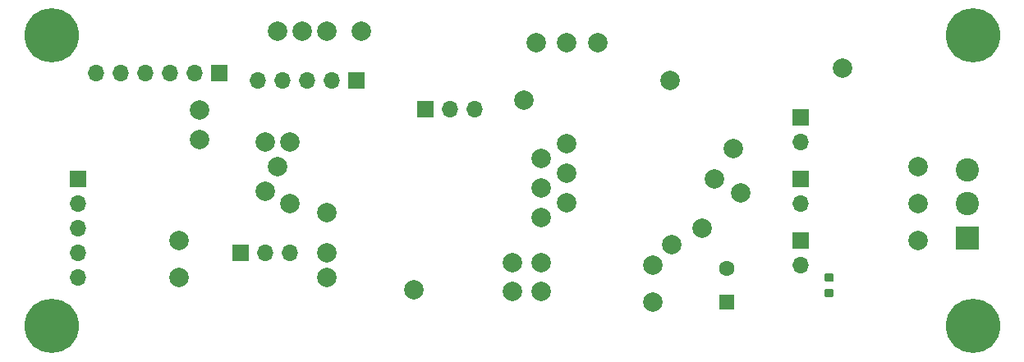
<source format=gbr>
G04 #@! TF.GenerationSoftware,KiCad,Pcbnew,5.0.0-4.fc29*
G04 #@! TF.CreationDate,2018-09-24T06:15:53+02:00*
G04 #@! TF.ProjectId,macro-motor,6D6163726F2D6D6F746F722E6B696361,rev?*
G04 #@! TF.SameCoordinates,Original*
G04 #@! TF.FileFunction,Soldermask,Bot*
G04 #@! TF.FilePolarity,Negative*
%FSLAX46Y46*%
G04 Gerber Fmt 4.6, Leading zero omitted, Abs format (unit mm)*
G04 Created by KiCad (PCBNEW 5.0.0-4.fc29) date Mon Sep 24 06:15:53 2018*
%MOMM*%
%LPD*%
G01*
G04 APERTURE LIST*
%ADD10C,5.600000*%
%ADD11R,1.700000X1.700000*%
%ADD12O,1.700000X1.700000*%
%ADD13R,1.600000X1.600000*%
%ADD14C,1.600000*%
%ADD15C,0.100000*%
%ADD16C,0.875000*%
%ADD17C,2.000000*%
%ADD18R,2.400000X2.400000*%
%ADD19C,2.400000*%
G04 APERTURE END LIST*
D10*
G04 #@! TO.C,REF\002A\002A*
X105000000Y-55000000D03*
G04 #@! TD*
G04 #@! TO.C,REF\002A\002A*
X105000000Y-85000000D03*
G04 #@! TD*
G04 #@! TO.C,REF\002A\002A*
X200000000Y-85000000D03*
G04 #@! TD*
D11*
G04 #@! TO.C,J604*
X124460000Y-77470000D03*
D12*
X127000000Y-77470000D03*
X129540000Y-77470000D03*
G04 #@! TD*
D13*
G04 #@! TO.C,C301*
X174625000Y-82550000D03*
D14*
X174625000Y-79050000D03*
G04 #@! TD*
D15*
G04 #@! TO.C,C302*
G36*
X185443691Y-79548053D02*
X185464926Y-79551203D01*
X185485750Y-79556419D01*
X185505962Y-79563651D01*
X185525368Y-79572830D01*
X185543781Y-79583866D01*
X185561024Y-79596654D01*
X185576930Y-79611070D01*
X185591346Y-79626976D01*
X185604134Y-79644219D01*
X185615170Y-79662632D01*
X185624349Y-79682038D01*
X185631581Y-79702250D01*
X185636797Y-79723074D01*
X185639947Y-79744309D01*
X185641000Y-79765750D01*
X185641000Y-80203250D01*
X185639947Y-80224691D01*
X185636797Y-80245926D01*
X185631581Y-80266750D01*
X185624349Y-80286962D01*
X185615170Y-80306368D01*
X185604134Y-80324781D01*
X185591346Y-80342024D01*
X185576930Y-80357930D01*
X185561024Y-80372346D01*
X185543781Y-80385134D01*
X185525368Y-80396170D01*
X185505962Y-80405349D01*
X185485750Y-80412581D01*
X185464926Y-80417797D01*
X185443691Y-80420947D01*
X185422250Y-80422000D01*
X184909750Y-80422000D01*
X184888309Y-80420947D01*
X184867074Y-80417797D01*
X184846250Y-80412581D01*
X184826038Y-80405349D01*
X184806632Y-80396170D01*
X184788219Y-80385134D01*
X184770976Y-80372346D01*
X184755070Y-80357930D01*
X184740654Y-80342024D01*
X184727866Y-80324781D01*
X184716830Y-80306368D01*
X184707651Y-80286962D01*
X184700419Y-80266750D01*
X184695203Y-80245926D01*
X184692053Y-80224691D01*
X184691000Y-80203250D01*
X184691000Y-79765750D01*
X184692053Y-79744309D01*
X184695203Y-79723074D01*
X184700419Y-79702250D01*
X184707651Y-79682038D01*
X184716830Y-79662632D01*
X184727866Y-79644219D01*
X184740654Y-79626976D01*
X184755070Y-79611070D01*
X184770976Y-79596654D01*
X184788219Y-79583866D01*
X184806632Y-79572830D01*
X184826038Y-79563651D01*
X184846250Y-79556419D01*
X184867074Y-79551203D01*
X184888309Y-79548053D01*
X184909750Y-79547000D01*
X185422250Y-79547000D01*
X185443691Y-79548053D01*
X185443691Y-79548053D01*
G37*
D16*
X185166000Y-79984500D03*
D15*
G36*
X185443691Y-81123053D02*
X185464926Y-81126203D01*
X185485750Y-81131419D01*
X185505962Y-81138651D01*
X185525368Y-81147830D01*
X185543781Y-81158866D01*
X185561024Y-81171654D01*
X185576930Y-81186070D01*
X185591346Y-81201976D01*
X185604134Y-81219219D01*
X185615170Y-81237632D01*
X185624349Y-81257038D01*
X185631581Y-81277250D01*
X185636797Y-81298074D01*
X185639947Y-81319309D01*
X185641000Y-81340750D01*
X185641000Y-81778250D01*
X185639947Y-81799691D01*
X185636797Y-81820926D01*
X185631581Y-81841750D01*
X185624349Y-81861962D01*
X185615170Y-81881368D01*
X185604134Y-81899781D01*
X185591346Y-81917024D01*
X185576930Y-81932930D01*
X185561024Y-81947346D01*
X185543781Y-81960134D01*
X185525368Y-81971170D01*
X185505962Y-81980349D01*
X185485750Y-81987581D01*
X185464926Y-81992797D01*
X185443691Y-81995947D01*
X185422250Y-81997000D01*
X184909750Y-81997000D01*
X184888309Y-81995947D01*
X184867074Y-81992797D01*
X184846250Y-81987581D01*
X184826038Y-81980349D01*
X184806632Y-81971170D01*
X184788219Y-81960134D01*
X184770976Y-81947346D01*
X184755070Y-81932930D01*
X184740654Y-81917024D01*
X184727866Y-81899781D01*
X184716830Y-81881368D01*
X184707651Y-81861962D01*
X184700419Y-81841750D01*
X184695203Y-81820926D01*
X184692053Y-81799691D01*
X184691000Y-81778250D01*
X184691000Y-81340750D01*
X184692053Y-81319309D01*
X184695203Y-81298074D01*
X184700419Y-81277250D01*
X184707651Y-81257038D01*
X184716830Y-81237632D01*
X184727866Y-81219219D01*
X184740654Y-81201976D01*
X184755070Y-81186070D01*
X184770976Y-81171654D01*
X184788219Y-81158866D01*
X184806632Y-81147830D01*
X184826038Y-81138651D01*
X184846250Y-81131419D01*
X184867074Y-81126203D01*
X184888309Y-81123053D01*
X184909750Y-81122000D01*
X185422250Y-81122000D01*
X185443691Y-81123053D01*
X185443691Y-81123053D01*
G37*
D16*
X185166000Y-81559500D03*
G04 #@! TD*
D11*
G04 #@! TO.C,J101*
X107696000Y-69850000D03*
D12*
X107696000Y-72390000D03*
X107696000Y-74930000D03*
X107696000Y-77470000D03*
X107696000Y-80010000D03*
G04 #@! TD*
D17*
G04 #@! TO.C,J102*
X118110000Y-80010000D03*
G04 #@! TD*
G04 #@! TO.C,J103*
X118110000Y-76200000D03*
G04 #@! TD*
G04 #@! TO.C,J104*
X136906000Y-54610000D03*
G04 #@! TD*
G04 #@! TO.C,J105*
X142367000Y-81280000D03*
G04 #@! TD*
G04 #@! TO.C,J106*
X133350000Y-54610000D03*
G04 #@! TD*
G04 #@! TO.C,J107*
X130810000Y-54610000D03*
G04 #@! TD*
G04 #@! TO.C,J108*
X128270000Y-54610000D03*
G04 #@! TD*
D18*
G04 #@! TO.C,J109*
X199390000Y-75890000D03*
D19*
X199390000Y-72390000D03*
X199390000Y-68890000D03*
G04 #@! TD*
D17*
G04 #@! TO.C,J202*
X120269000Y-62738000D03*
G04 #@! TD*
G04 #@! TO.C,J203*
X120269000Y-65786000D03*
G04 #@! TD*
D11*
G04 #@! TO.C,J301*
X182245000Y-63500000D03*
D12*
X182245000Y-66040000D03*
G04 #@! TD*
D11*
G04 #@! TO.C,J302*
X182245000Y-69850000D03*
D12*
X182245000Y-72390000D03*
G04 #@! TD*
G04 #@! TO.C,J303*
X182245000Y-78740000D03*
D11*
X182245000Y-76200000D03*
G04 #@! TD*
D17*
G04 #@! TO.C,J501*
X152527000Y-78486000D03*
G04 #@! TD*
G04 #@! TO.C,J502*
X152527000Y-81407000D03*
G04 #@! TD*
G04 #@! TO.C,J503*
X155448000Y-78486000D03*
G04 #@! TD*
G04 #@! TO.C,J504*
X155448000Y-81407000D03*
G04 #@! TD*
D11*
G04 #@! TO.C,J601*
X143510000Y-62611000D03*
D12*
X146050000Y-62611000D03*
X148590000Y-62611000D03*
G04 #@! TD*
D17*
G04 #@! TO.C,J605*
X129540000Y-72390000D03*
G04 #@! TD*
G04 #@! TO.C,J606*
X133350000Y-73279000D03*
G04 #@! TD*
G04 #@! TO.C,J607*
X128270000Y-68580000D03*
G04 #@! TD*
G04 #@! TO.C,J608*
X129540000Y-66040000D03*
G04 #@! TD*
G04 #@! TO.C,J609*
X127000000Y-66040000D03*
G04 #@! TD*
G04 #@! TO.C,TP303*
X158115000Y-66167000D03*
G04 #@! TD*
G04 #@! TO.C,TP304*
X155448000Y-67691000D03*
G04 #@! TD*
G04 #@! TO.C,TP305*
X158115000Y-69215000D03*
G04 #@! TD*
G04 #@! TO.C,TP306*
X155448000Y-70739000D03*
G04 #@! TD*
G04 #@! TO.C,TP307*
X158115000Y-72263000D03*
G04 #@! TD*
G04 #@! TO.C,TP308*
X155448000Y-73787000D03*
G04 #@! TD*
G04 #@! TO.C,TP309*
X158115000Y-55753000D03*
G04 #@! TD*
G04 #@! TO.C,TP310*
X161290000Y-55753000D03*
G04 #@! TD*
G04 #@! TO.C,TP311*
X154940000Y-55753000D03*
G04 #@! TD*
G04 #@! TO.C,TP312*
X153670000Y-61722000D03*
G04 #@! TD*
G04 #@! TO.C,TP313*
X127000000Y-71120000D03*
G04 #@! TD*
G04 #@! TO.C,TP314*
X133350000Y-80010000D03*
G04 #@! TD*
G04 #@! TO.C,TP315*
X133350000Y-77470000D03*
G04 #@! TD*
G04 #@! TO.C,TP316*
X168910000Y-76581000D03*
G04 #@! TD*
G04 #@! TO.C,TP317*
X172085000Y-74930000D03*
G04 #@! TD*
G04 #@! TO.C,TP318*
X175260000Y-66675000D03*
G04 #@! TD*
G04 #@! TO.C,TP319*
X186563000Y-58420000D03*
G04 #@! TD*
G04 #@! TO.C,TP320*
X173355000Y-69850000D03*
G04 #@! TD*
G04 #@! TO.C,TP321*
X176022000Y-71247000D03*
G04 #@! TD*
G04 #@! TO.C,TP322*
X194310000Y-68580000D03*
G04 #@! TD*
G04 #@! TO.C,TP323*
X194310000Y-72390000D03*
G04 #@! TD*
G04 #@! TO.C,TP324*
X194310000Y-76200000D03*
G04 #@! TD*
D11*
G04 #@! TO.C,J110*
X136445001Y-59690000D03*
D12*
X133905001Y-59690000D03*
X131365001Y-59690000D03*
X128825001Y-59690000D03*
X126285001Y-59690000D03*
G04 #@! TD*
D11*
G04 #@! TO.C,J204*
X122301000Y-58928000D03*
D12*
X119761000Y-58928000D03*
X117221000Y-58928000D03*
X114681000Y-58928000D03*
X112141000Y-58928000D03*
X109601000Y-58928000D03*
G04 #@! TD*
D17*
G04 #@! TO.C,TP301*
X167005000Y-82550000D03*
G04 #@! TD*
G04 #@! TO.C,TP302*
X167005000Y-78740000D03*
G04 #@! TD*
G04 #@! TO.C,J111*
X168783000Y-59690000D03*
G04 #@! TD*
D10*
G04 #@! TO.C,REF\002A\002A*
X200000000Y-55000000D03*
G04 #@! TD*
M02*

</source>
